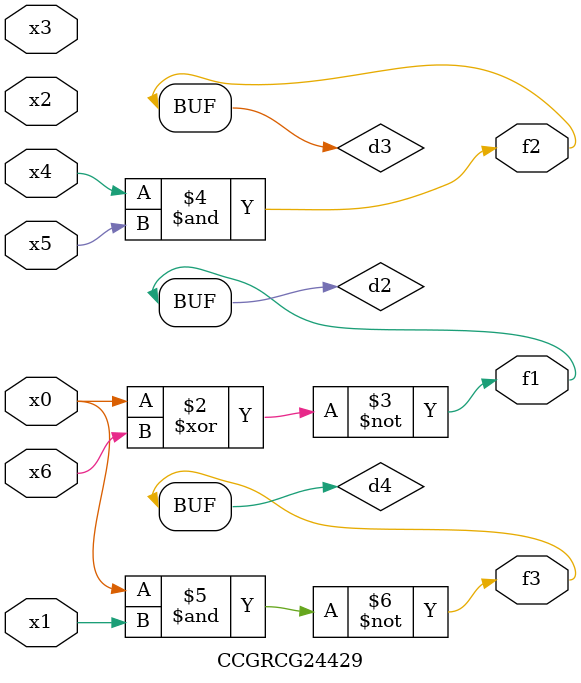
<source format=v>
module CCGRCG24429(
	input x0, x1, x2, x3, x4, x5, x6,
	output f1, f2, f3
);

	wire d1, d2, d3, d4;

	nor (d1, x0);
	xnor (d2, x0, x6);
	and (d3, x4, x5);
	nand (d4, x0, x1);
	assign f1 = d2;
	assign f2 = d3;
	assign f3 = d4;
endmodule

</source>
